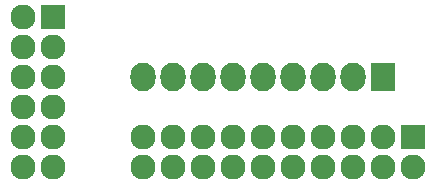
<source format=gbr>
G04 #@! TF.FileFunction,Soldermask,Top*
%FSLAX46Y46*%
G04 Gerber Fmt 4.6, Leading zero omitted, Abs format (unit mm)*
G04 Created by KiCad (PCBNEW 0.201512211246+6391~39~ubuntu15.04.1-stable) date Do 31 Dez 2015 10:57:25 CET*
%MOMM*%
G01*
G04 APERTURE LIST*
%ADD10C,0.100000*%
%ADD11R,2.127200X2.127200*%
%ADD12O,2.127200X2.127200*%
%ADD13R,2.127200X2.432000*%
%ADD14O,2.127200X2.432000*%
G04 APERTURE END LIST*
D10*
D11*
X165100000Y-110490000D03*
D12*
X165100000Y-113030000D03*
X162560000Y-110490000D03*
X162560000Y-113030000D03*
X160020000Y-110490000D03*
X160020000Y-113030000D03*
X157480000Y-110490000D03*
X157480000Y-113030000D03*
X154940000Y-110490000D03*
X154940000Y-113030000D03*
X152400000Y-110490000D03*
X152400000Y-113030000D03*
X149860000Y-110490000D03*
X149860000Y-113030000D03*
X147320000Y-110490000D03*
X147320000Y-113030000D03*
X144780000Y-110490000D03*
X144780000Y-113030000D03*
X142240000Y-110490000D03*
X142240000Y-113030000D03*
D13*
X162560000Y-105410000D03*
D14*
X160020000Y-105410000D03*
X157480000Y-105410000D03*
X154940000Y-105410000D03*
X152400000Y-105410000D03*
X149860000Y-105410000D03*
X147320000Y-105410000D03*
X144780000Y-105410000D03*
X142240000Y-105410000D03*
D11*
X134620000Y-100330000D03*
D12*
X132080000Y-100330000D03*
X134620000Y-102870000D03*
X132080000Y-102870000D03*
X134620000Y-105410000D03*
X132080000Y-105410000D03*
X134620000Y-107950000D03*
X132080000Y-107950000D03*
X134620000Y-110490000D03*
X132080000Y-110490000D03*
X134620000Y-113030000D03*
X132080000Y-113030000D03*
M02*

</source>
